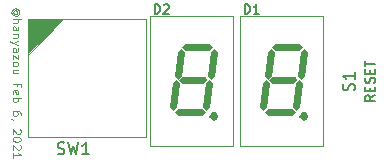
<source format=gbr>
%TF.GenerationSoftware,KiCad,Pcbnew,(5.1.8-0-10_14)*%
%TF.CreationDate,2021-02-06T12:21:22+09:00*%
%TF.ProjectId,usb-pidvid-fixture,7573622d-7069-4647-9669-642d66697874,rev?*%
%TF.SameCoordinates,Original*%
%TF.FileFunction,Legend,Top*%
%TF.FilePolarity,Positive*%
%FSLAX46Y46*%
G04 Gerber Fmt 4.6, Leading zero omitted, Abs format (unit mm)*
G04 Created by KiCad (PCBNEW (5.1.8-0-10_14)) date 2021-02-06 12:21:22*
%MOMM*%
%LPD*%
G01*
G04 APERTURE LIST*
%ADD10C,0.101600*%
%ADD11C,0.150000*%
%ADD12C,0.120000*%
%ADD13C,0.381000*%
%ADD14C,0.100000*%
G04 APERTURE END LIST*
D10*
X113427666Y-73017000D02*
X113461000Y-72983666D01*
X113494333Y-72917000D01*
X113494333Y-72850333D01*
X113461000Y-72783666D01*
X113427666Y-72750333D01*
X113361000Y-72717000D01*
X113294333Y-72717000D01*
X113227666Y-72750333D01*
X113194333Y-72783666D01*
X113161000Y-72850333D01*
X113161000Y-72917000D01*
X113194333Y-72983666D01*
X113227666Y-73017000D01*
X113494333Y-73017000D02*
X113227666Y-73017000D01*
X113194333Y-73050333D01*
X113194333Y-73083666D01*
X113227666Y-73150333D01*
X113294333Y-73183666D01*
X113461000Y-73183666D01*
X113561000Y-73117000D01*
X113627666Y-73017000D01*
X113661000Y-72883666D01*
X113627666Y-72750333D01*
X113561000Y-72650333D01*
X113461000Y-72583666D01*
X113327666Y-72550333D01*
X113194333Y-72583666D01*
X113094333Y-72650333D01*
X113027666Y-72750333D01*
X112994333Y-72883666D01*
X113027666Y-73017000D01*
X113094333Y-73117000D01*
X113094333Y-73483666D02*
X113794333Y-73483666D01*
X113094333Y-73783666D02*
X113461000Y-73783666D01*
X113527666Y-73750333D01*
X113561000Y-73683666D01*
X113561000Y-73583666D01*
X113527666Y-73517000D01*
X113494333Y-73483666D01*
X113094333Y-74417000D02*
X113461000Y-74417000D01*
X113527666Y-74383666D01*
X113561000Y-74317000D01*
X113561000Y-74183666D01*
X113527666Y-74117000D01*
X113127666Y-74417000D02*
X113094333Y-74350333D01*
X113094333Y-74183666D01*
X113127666Y-74117000D01*
X113194333Y-74083666D01*
X113261000Y-74083666D01*
X113327666Y-74117000D01*
X113361000Y-74183666D01*
X113361000Y-74350333D01*
X113394333Y-74417000D01*
X113561000Y-74750333D02*
X113094333Y-74750333D01*
X113494333Y-74750333D02*
X113527666Y-74783666D01*
X113561000Y-74850333D01*
X113561000Y-74950333D01*
X113527666Y-75017000D01*
X113461000Y-75050333D01*
X113094333Y-75050333D01*
X113561000Y-75317000D02*
X113094333Y-75483666D01*
X113561000Y-75650333D02*
X113094333Y-75483666D01*
X112927666Y-75417000D01*
X112894333Y-75383666D01*
X112861000Y-75317000D01*
X113094333Y-76217000D02*
X113461000Y-76217000D01*
X113527666Y-76183666D01*
X113561000Y-76117000D01*
X113561000Y-75983666D01*
X113527666Y-75917000D01*
X113127666Y-76217000D02*
X113094333Y-76150333D01*
X113094333Y-75983666D01*
X113127666Y-75917000D01*
X113194333Y-75883666D01*
X113261000Y-75883666D01*
X113327666Y-75917000D01*
X113361000Y-75983666D01*
X113361000Y-76150333D01*
X113394333Y-76217000D01*
X113561000Y-76483666D02*
X113561000Y-76850333D01*
X113094333Y-76483666D01*
X113094333Y-76850333D01*
X113094333Y-77217000D02*
X113127666Y-77150333D01*
X113161000Y-77117000D01*
X113227666Y-77083666D01*
X113427666Y-77083666D01*
X113494333Y-77117000D01*
X113527666Y-77150333D01*
X113561000Y-77217000D01*
X113561000Y-77317000D01*
X113527666Y-77383666D01*
X113494333Y-77417000D01*
X113427666Y-77450333D01*
X113227666Y-77450333D01*
X113161000Y-77417000D01*
X113127666Y-77383666D01*
X113094333Y-77317000D01*
X113094333Y-77217000D01*
X113561000Y-78050333D02*
X113094333Y-78050333D01*
X113561000Y-77750333D02*
X113194333Y-77750333D01*
X113127666Y-77783666D01*
X113094333Y-77850333D01*
X113094333Y-77950333D01*
X113127666Y-78017000D01*
X113161000Y-78050333D01*
X113461000Y-79150333D02*
X113461000Y-78917000D01*
X113094333Y-78917000D02*
X113794333Y-78917000D01*
X113794333Y-79250333D01*
X113127666Y-79783666D02*
X113094333Y-79717000D01*
X113094333Y-79583666D01*
X113127666Y-79517000D01*
X113194333Y-79483666D01*
X113461000Y-79483666D01*
X113527666Y-79517000D01*
X113561000Y-79583666D01*
X113561000Y-79717000D01*
X113527666Y-79783666D01*
X113461000Y-79817000D01*
X113394333Y-79817000D01*
X113327666Y-79483666D01*
X113094333Y-80117000D02*
X113794333Y-80117000D01*
X113527666Y-80117000D02*
X113561000Y-80183666D01*
X113561000Y-80317000D01*
X113527666Y-80383666D01*
X113494333Y-80417000D01*
X113427666Y-80450333D01*
X113227666Y-80450333D01*
X113161000Y-80417000D01*
X113127666Y-80383666D01*
X113094333Y-80317000D01*
X113094333Y-80183666D01*
X113127666Y-80117000D01*
X113794333Y-81583666D02*
X113794333Y-81450333D01*
X113761000Y-81383666D01*
X113727666Y-81350333D01*
X113627666Y-81283666D01*
X113494333Y-81250333D01*
X113227666Y-81250333D01*
X113161000Y-81283666D01*
X113127666Y-81317000D01*
X113094333Y-81383666D01*
X113094333Y-81517000D01*
X113127666Y-81583666D01*
X113161000Y-81617000D01*
X113227666Y-81650333D01*
X113394333Y-81650333D01*
X113461000Y-81617000D01*
X113494333Y-81583666D01*
X113527666Y-81517000D01*
X113527666Y-81383666D01*
X113494333Y-81317000D01*
X113461000Y-81283666D01*
X113394333Y-81250333D01*
X113127666Y-81983666D02*
X113094333Y-81983666D01*
X113027666Y-81950333D01*
X112994333Y-81917000D01*
X113727666Y-82783666D02*
X113761000Y-82817000D01*
X113794333Y-82883666D01*
X113794333Y-83050333D01*
X113761000Y-83117000D01*
X113727666Y-83150333D01*
X113661000Y-83183666D01*
X113594333Y-83183666D01*
X113494333Y-83150333D01*
X113094333Y-82750333D01*
X113094333Y-83183666D01*
X113794333Y-83617000D02*
X113794333Y-83683666D01*
X113761000Y-83750333D01*
X113727666Y-83783666D01*
X113661000Y-83817000D01*
X113527666Y-83850333D01*
X113361000Y-83850333D01*
X113227666Y-83817000D01*
X113161000Y-83783666D01*
X113127666Y-83750333D01*
X113094333Y-83683666D01*
X113094333Y-83617000D01*
X113127666Y-83550333D01*
X113161000Y-83517000D01*
X113227666Y-83483666D01*
X113361000Y-83450333D01*
X113527666Y-83450333D01*
X113661000Y-83483666D01*
X113727666Y-83517000D01*
X113761000Y-83550333D01*
X113794333Y-83617000D01*
X113727666Y-84117000D02*
X113761000Y-84150333D01*
X113794333Y-84217000D01*
X113794333Y-84383666D01*
X113761000Y-84450333D01*
X113727666Y-84483666D01*
X113661000Y-84517000D01*
X113594333Y-84517000D01*
X113494333Y-84483666D01*
X113094333Y-84083666D01*
X113094333Y-84517000D01*
X113094333Y-85183666D02*
X113094333Y-84783666D01*
X113094333Y-84983666D02*
X113794333Y-84983666D01*
X113694333Y-84917000D01*
X113627666Y-84850333D01*
X113594333Y-84783666D01*
D11*
X143744904Y-79901904D02*
X143363952Y-80168571D01*
X143744904Y-80359047D02*
X142944904Y-80359047D01*
X142944904Y-80054285D01*
X142983000Y-79978095D01*
X143021095Y-79940000D01*
X143097285Y-79901904D01*
X143211571Y-79901904D01*
X143287761Y-79940000D01*
X143325857Y-79978095D01*
X143363952Y-80054285D01*
X143363952Y-80359047D01*
X143325857Y-79559047D02*
X143325857Y-79292380D01*
X143744904Y-79178095D02*
X143744904Y-79559047D01*
X142944904Y-79559047D01*
X142944904Y-79178095D01*
X143706809Y-78873333D02*
X143744904Y-78759047D01*
X143744904Y-78568571D01*
X143706809Y-78492380D01*
X143668714Y-78454285D01*
X143592523Y-78416190D01*
X143516333Y-78416190D01*
X143440142Y-78454285D01*
X143402047Y-78492380D01*
X143363952Y-78568571D01*
X143325857Y-78720952D01*
X143287761Y-78797142D01*
X143249666Y-78835238D01*
X143173476Y-78873333D01*
X143097285Y-78873333D01*
X143021095Y-78835238D01*
X142983000Y-78797142D01*
X142944904Y-78720952D01*
X142944904Y-78530476D01*
X142983000Y-78416190D01*
X143325857Y-78073333D02*
X143325857Y-77806666D01*
X143744904Y-77692380D02*
X143744904Y-78073333D01*
X142944904Y-78073333D01*
X142944904Y-77692380D01*
X142944904Y-77463809D02*
X142944904Y-77006666D01*
X143744904Y-77235238D02*
X142944904Y-77235238D01*
D12*
%TO.C,D1*%
X132390000Y-84240000D02*
X132390000Y-73240000D01*
X139390000Y-84240000D02*
X132390000Y-84240000D01*
X139390000Y-73240000D02*
X139390000Y-84240000D01*
X132390000Y-73240000D02*
X139390000Y-73240000D01*
D13*
X137914605Y-81688000D02*
G75*
G03*
X137914605Y-81688000I-179605J0D01*
G01*
D14*
G36*
X136973000Y-81307000D02*
G01*
X136719000Y-81561000D01*
X134687000Y-81561000D01*
X134433000Y-81307000D01*
X134687000Y-81053000D01*
X136719000Y-81053000D01*
X136973000Y-81307000D01*
G37*
X136973000Y-81307000D02*
X136719000Y-81561000D01*
X134687000Y-81561000D01*
X134433000Y-81307000D01*
X134687000Y-81053000D01*
X136719000Y-81053000D01*
X136973000Y-81307000D01*
G36*
X134306000Y-81180000D02*
G01*
X134052000Y-80926000D01*
X134306000Y-78894000D01*
X134560000Y-78640000D01*
X134814000Y-78894000D01*
X134560000Y-80926000D01*
X134306000Y-81180000D01*
G37*
X134306000Y-81180000D02*
X134052000Y-80926000D01*
X134306000Y-78894000D01*
X134560000Y-78640000D01*
X134814000Y-78894000D01*
X134560000Y-80926000D01*
X134306000Y-81180000D01*
G36*
X137100000Y-81180000D02*
G01*
X136846000Y-80926000D01*
X137100000Y-78894000D01*
X137354000Y-78640000D01*
X137608000Y-78894000D01*
X137354000Y-80926000D01*
X137100000Y-81180000D01*
G37*
X137100000Y-81180000D02*
X136846000Y-80926000D01*
X137100000Y-78894000D01*
X137354000Y-78640000D01*
X137608000Y-78894000D01*
X137354000Y-80926000D01*
X137100000Y-81180000D01*
G36*
X137100000Y-78640000D02*
G01*
X136846000Y-78894000D01*
X135068000Y-78894000D01*
X134814000Y-78640000D01*
X135068000Y-78386000D01*
X136973000Y-78386000D01*
X137100000Y-78640000D01*
G37*
X137100000Y-78640000D02*
X136846000Y-78894000D01*
X135068000Y-78894000D01*
X134814000Y-78640000D01*
X135068000Y-78386000D01*
X136973000Y-78386000D01*
X137100000Y-78640000D01*
G36*
X137481000Y-78513000D02*
G01*
X137227000Y-78259000D01*
X137481000Y-76227000D01*
X137735000Y-75973000D01*
X137989000Y-76227000D01*
X137735000Y-78259000D01*
X137481000Y-78513000D01*
G37*
X137481000Y-78513000D02*
X137227000Y-78259000D01*
X137481000Y-76227000D01*
X137735000Y-75973000D01*
X137989000Y-76227000D01*
X137735000Y-78259000D01*
X137481000Y-78513000D01*
G36*
X134687000Y-78513000D02*
G01*
X134433000Y-78259000D01*
X134687000Y-76227000D01*
X134941000Y-75973000D01*
X135195000Y-76227000D01*
X134941000Y-78259000D01*
X134687000Y-78513000D01*
G37*
X134687000Y-78513000D02*
X134433000Y-78259000D01*
X134687000Y-76227000D01*
X134941000Y-75973000D01*
X135195000Y-76227000D01*
X134941000Y-78259000D01*
X134687000Y-78513000D01*
G36*
X137608000Y-75846000D02*
G01*
X137354000Y-76100000D01*
X135322000Y-76100000D01*
X135068000Y-75846000D01*
X135322000Y-75592000D01*
X137354000Y-75592000D01*
X137608000Y-75846000D01*
G37*
X137608000Y-75846000D02*
X137354000Y-76100000D01*
X135322000Y-76100000D01*
X135068000Y-75846000D01*
X135322000Y-75592000D01*
X137354000Y-75592000D01*
X137608000Y-75846000D01*
D12*
%TO.C,D2*%
X124770000Y-84240000D02*
X124770000Y-73240000D01*
X131770000Y-84240000D02*
X124770000Y-84240000D01*
X131770000Y-73240000D02*
X131770000Y-84240000D01*
X124770000Y-73240000D02*
X131770000Y-73240000D01*
D13*
X130294605Y-81688000D02*
G75*
G03*
X130294605Y-81688000I-179605J0D01*
G01*
D14*
G36*
X129353000Y-81307000D02*
G01*
X129099000Y-81561000D01*
X127067000Y-81561000D01*
X126813000Y-81307000D01*
X127067000Y-81053000D01*
X129099000Y-81053000D01*
X129353000Y-81307000D01*
G37*
X129353000Y-81307000D02*
X129099000Y-81561000D01*
X127067000Y-81561000D01*
X126813000Y-81307000D01*
X127067000Y-81053000D01*
X129099000Y-81053000D01*
X129353000Y-81307000D01*
G36*
X126686000Y-81180000D02*
G01*
X126432000Y-80926000D01*
X126686000Y-78894000D01*
X126940000Y-78640000D01*
X127194000Y-78894000D01*
X126940000Y-80926000D01*
X126686000Y-81180000D01*
G37*
X126686000Y-81180000D02*
X126432000Y-80926000D01*
X126686000Y-78894000D01*
X126940000Y-78640000D01*
X127194000Y-78894000D01*
X126940000Y-80926000D01*
X126686000Y-81180000D01*
G36*
X129480000Y-81180000D02*
G01*
X129226000Y-80926000D01*
X129480000Y-78894000D01*
X129734000Y-78640000D01*
X129988000Y-78894000D01*
X129734000Y-80926000D01*
X129480000Y-81180000D01*
G37*
X129480000Y-81180000D02*
X129226000Y-80926000D01*
X129480000Y-78894000D01*
X129734000Y-78640000D01*
X129988000Y-78894000D01*
X129734000Y-80926000D01*
X129480000Y-81180000D01*
G36*
X129480000Y-78640000D02*
G01*
X129226000Y-78894000D01*
X127448000Y-78894000D01*
X127194000Y-78640000D01*
X127448000Y-78386000D01*
X129353000Y-78386000D01*
X129480000Y-78640000D01*
G37*
X129480000Y-78640000D02*
X129226000Y-78894000D01*
X127448000Y-78894000D01*
X127194000Y-78640000D01*
X127448000Y-78386000D01*
X129353000Y-78386000D01*
X129480000Y-78640000D01*
G36*
X129861000Y-78513000D02*
G01*
X129607000Y-78259000D01*
X129861000Y-76227000D01*
X130115000Y-75973000D01*
X130369000Y-76227000D01*
X130115000Y-78259000D01*
X129861000Y-78513000D01*
G37*
X129861000Y-78513000D02*
X129607000Y-78259000D01*
X129861000Y-76227000D01*
X130115000Y-75973000D01*
X130369000Y-76227000D01*
X130115000Y-78259000D01*
X129861000Y-78513000D01*
G36*
X127067000Y-78513000D02*
G01*
X126813000Y-78259000D01*
X127067000Y-76227000D01*
X127321000Y-75973000D01*
X127575000Y-76227000D01*
X127321000Y-78259000D01*
X127067000Y-78513000D01*
G37*
X127067000Y-78513000D02*
X126813000Y-78259000D01*
X127067000Y-76227000D01*
X127321000Y-75973000D01*
X127575000Y-76227000D01*
X127321000Y-78259000D01*
X127067000Y-78513000D01*
G36*
X129988000Y-75846000D02*
G01*
X129734000Y-76100000D01*
X127702000Y-76100000D01*
X127448000Y-75846000D01*
X127702000Y-75592000D01*
X129734000Y-75592000D01*
X129988000Y-75846000D01*
G37*
X129988000Y-75846000D02*
X129734000Y-76100000D01*
X127702000Y-76100000D01*
X127448000Y-75846000D01*
X127702000Y-75592000D01*
X129734000Y-75592000D01*
X129988000Y-75846000D01*
%TO.C,SW1*%
G36*
X114380000Y-76486000D02*
G01*
X114380000Y-73486000D01*
X117380000Y-73486000D01*
X114380000Y-76486000D01*
G37*
X114380000Y-76486000D02*
X114380000Y-73486000D01*
X117380000Y-73486000D01*
X114380000Y-76486000D01*
D12*
X114380000Y-83486000D02*
X114380000Y-73486000D01*
X124380000Y-83486000D02*
X114380000Y-83486000D01*
X124380000Y-73486000D02*
X124380000Y-83486000D01*
X114380000Y-73486000D02*
X124380000Y-73486000D01*
%TO.C,D1*%
D11*
X132759523Y-73005904D02*
X132759523Y-72205904D01*
X132950000Y-72205904D01*
X133064285Y-72244000D01*
X133140476Y-72320190D01*
X133178571Y-72396380D01*
X133216666Y-72548761D01*
X133216666Y-72663047D01*
X133178571Y-72815428D01*
X133140476Y-72891619D01*
X133064285Y-72967809D01*
X132950000Y-73005904D01*
X132759523Y-73005904D01*
X133978571Y-73005904D02*
X133521428Y-73005904D01*
X133750000Y-73005904D02*
X133750000Y-72205904D01*
X133673809Y-72320190D01*
X133597619Y-72396380D01*
X133521428Y-72434476D01*
%TO.C,D2*%
X125139523Y-73005904D02*
X125139523Y-72205904D01*
X125330000Y-72205904D01*
X125444285Y-72244000D01*
X125520476Y-72320190D01*
X125558571Y-72396380D01*
X125596666Y-72548761D01*
X125596666Y-72663047D01*
X125558571Y-72815428D01*
X125520476Y-72891619D01*
X125444285Y-72967809D01*
X125330000Y-73005904D01*
X125139523Y-73005904D01*
X125901428Y-72282095D02*
X125939523Y-72244000D01*
X126015714Y-72205904D01*
X126206190Y-72205904D01*
X126282380Y-72244000D01*
X126320476Y-72282095D01*
X126358571Y-72358285D01*
X126358571Y-72434476D01*
X126320476Y-72548761D01*
X125863333Y-73005904D01*
X126358571Y-73005904D01*
%TO.C,S1*%
X142009761Y-79501904D02*
X142057380Y-79359047D01*
X142057380Y-79120952D01*
X142009761Y-79025714D01*
X141962142Y-78978095D01*
X141866904Y-78930476D01*
X141771666Y-78930476D01*
X141676428Y-78978095D01*
X141628809Y-79025714D01*
X141581190Y-79120952D01*
X141533571Y-79311428D01*
X141485952Y-79406666D01*
X141438333Y-79454285D01*
X141343095Y-79501904D01*
X141247857Y-79501904D01*
X141152619Y-79454285D01*
X141105000Y-79406666D01*
X141057380Y-79311428D01*
X141057380Y-79073333D01*
X141105000Y-78930476D01*
X142057380Y-77978095D02*
X142057380Y-78549523D01*
X142057380Y-78263809D02*
X141057380Y-78263809D01*
X141200238Y-78359047D01*
X141295476Y-78454285D01*
X141343095Y-78549523D01*
%TO.C,SW1*%
X116903666Y-84859761D02*
X117046523Y-84907380D01*
X117284619Y-84907380D01*
X117379857Y-84859761D01*
X117427476Y-84812142D01*
X117475095Y-84716904D01*
X117475095Y-84621666D01*
X117427476Y-84526428D01*
X117379857Y-84478809D01*
X117284619Y-84431190D01*
X117094142Y-84383571D01*
X116998904Y-84335952D01*
X116951285Y-84288333D01*
X116903666Y-84193095D01*
X116903666Y-84097857D01*
X116951285Y-84002619D01*
X116998904Y-83955000D01*
X117094142Y-83907380D01*
X117332238Y-83907380D01*
X117475095Y-83955000D01*
X117808428Y-83907380D02*
X118046523Y-84907380D01*
X118237000Y-84193095D01*
X118427476Y-84907380D01*
X118665571Y-83907380D01*
X119570333Y-84907380D02*
X118998904Y-84907380D01*
X119284619Y-84907380D02*
X119284619Y-83907380D01*
X119189380Y-84050238D01*
X119094142Y-84145476D01*
X118998904Y-84193095D01*
%TD*%
M02*

</source>
